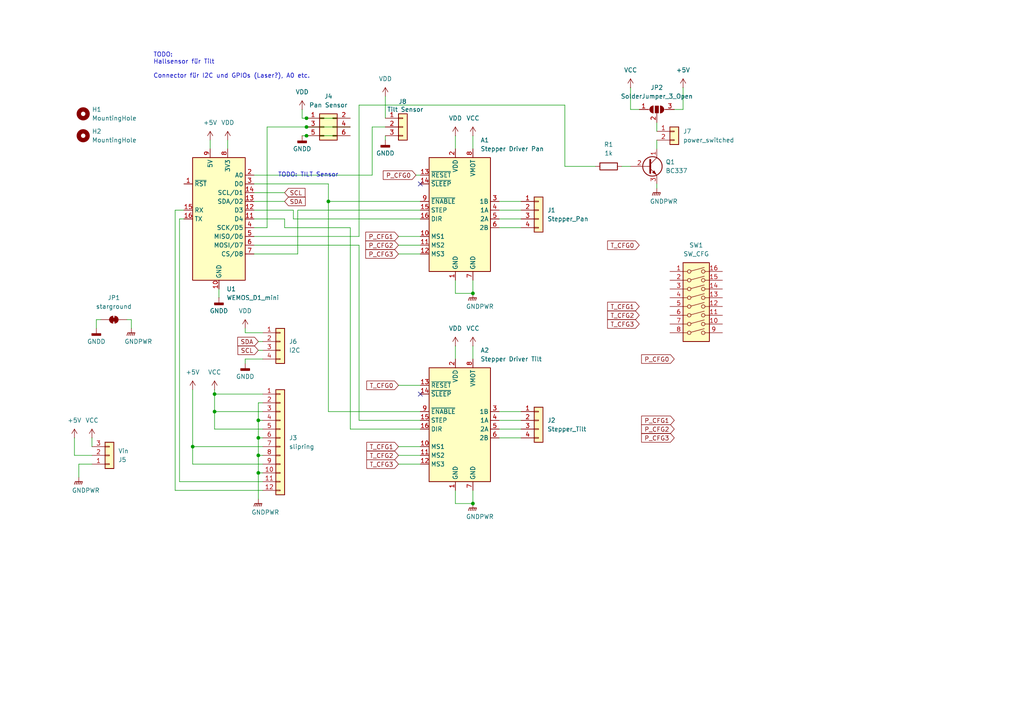
<source format=kicad_sch>
(kicad_sch (version 20231120) (generator "eeschema") (generator_version "8.0")
  (paper "A4")
  (lib_symbols
    (symbol "Connector_Generic:Conn_01x02" (pin_names (offset 1.016) hide)
      (property "Reference" "J" (at 0 2.54 0))
      (property "Value" "Conn_01x02" (at 0 -5.08 0))
      (symbol "Conn_01x02_1_1"
        (rectangle (start -1.27 -2.413) (end 0 -2.667) (stroke (width 0.1524)))
        (rectangle (start -1.27 0.127) (end 0 -0.127) (stroke (width 0.1524)))
        (rectangle (start -1.27 1.27) (end 1.27 -3.81) (stroke (width 0.254)) (fill (type background)))
        (pin passive line (at -5.08 0 0) (length 3.81) (name "Pin_1") (number "1"))
        (pin passive line (at -5.08 -2.54 0) (length 3.81) (name "Pin_2") (number "2"))
      )
    )
    (symbol "Connector_Generic:Conn_01x03" (pin_names (offset 1.016) hide)
      (property "Reference" "J" (at 0 5.08 0))
      (property "Value" "Conn_01x03" (at 0 -5.08 0))
      (symbol "Conn_01x03_1_1"
        (rectangle (start -1.27 -2.413) (end 0 -2.667) (stroke (width 0.1524)))
        (rectangle (start -1.27 0.127) (end 0 -0.127) (stroke (width 0.1524)))
        (rectangle (start -1.27 2.667) (end 0 2.413) (stroke (width 0.1524)))
        (rectangle (start -1.27 3.81) (end 1.27 -3.81) (stroke (width 0.254)) (fill (type background)))
        (pin passive line (at -5.08 2.54 0) (length 3.81) (name "Pin_1") (number "1"))
        (pin passive line (at -5.08 0 0) (length 3.81) (name "Pin_2") (number "2"))
        (pin passive line (at -5.08 -2.54 0) (length 3.81) (name "Pin_3") (number "3"))
      )
    )
    (symbol "Connector_Generic:Conn_01x04" (pin_names (offset 1.016) hide)
      (property "Reference" "J" (at 0 5.08 0))
      (property "Value" "Conn_01x04" (at 0 -7.62 0))
      (symbol "Conn_01x04_1_1"
        (rectangle (start -1.27 -4.953) (end 0 -5.207) (stroke (width 0.1524)))
        (rectangle (start -1.27 -2.413) (end 0 -2.667) (stroke (width 0.1524)))
        (rectangle (start -1.27 0.127) (end 0 -0.127) (stroke (width 0.1524)))
        (rectangle (start -1.27 2.667) (end 0 2.413) (stroke (width 0.1524)))
        (rectangle (start -1.27 3.81) (end 1.27 -6.35) (stroke (width 0.254)) (fill (type background)))
        (pin passive line (at -5.08 2.54 0) (length 3.81) (name "Pin_1") (number "1"))
        (pin passive line (at -5.08 0 0) (length 3.81) (name "Pin_2") (number "2"))
        (pin passive line (at -5.08 -2.54 0) (length 3.81) (name "Pin_3") (number "3"))
        (pin passive line (at -5.08 -5.08 0) (length 3.81) (name "Pin_4") (number "4"))
      )
    )
    (symbol "Connector_Generic:Conn_01x12" (pin_names (offset 1.016) hide)
      (property "Reference" "J" (at 0 15.24 0))
      (property "Value" "Conn_01x12" (at 0 -17.78 0))
      (symbol "Conn_01x12_1_1"
        (rectangle (start -1.27 -15.113) (end 0 -15.367) (stroke (width 0.1524)))
        (rectangle (start -1.27 -12.573) (end 0 -12.827) (stroke (width 0.1524)))
        (rectangle (start -1.27 -10.033) (end 0 -10.287) (stroke (width 0.1524)))
        (rectangle (start -1.27 -7.493) (end 0 -7.747) (stroke (width 0.1524)))
        (rectangle (start -1.27 -4.953) (end 0 -5.207) (stroke (width 0.1524)))
        (rectangle (start -1.27 -2.413) (end 0 -2.667) (stroke (width 0.1524)))
        (rectangle (start -1.27 0.127) (end 0 -0.127) (stroke (width 0.1524)))
        (rectangle (start -1.27 2.667) (end 0 2.413) (stroke (width 0.1524)))
        (rectangle (start -1.27 5.207) (end 0 4.953) (stroke (width 0.1524)))
        (rectangle (start -1.27 7.747) (end 0 7.493) (stroke (width 0.1524)))
        (rectangle (start -1.27 10.287) (end 0 10.033) (stroke (width 0.1524)))
        (rectangle (start -1.27 12.827) (end 0 12.573) (stroke (width 0.1524)))
        (rectangle (start -1.27 13.97) (end 1.27 -16.51) (stroke (width 0.254)) (fill (type background)))
        (pin passive line (at -5.08 12.7 0) (length 3.81) (name "Pin_1") (number "1"))
        (pin passive line (at -5.08 -10.16 0) (length 3.81) (name "Pin_10") (number "10"))
        (pin passive line (at -5.08 -12.7 0) (length 3.81) (name "Pin_11") (number "11"))
        (pin passive line (at -5.08 -15.24 0) (length 3.81) (name "Pin_12") (number "12"))
        (pin passive line (at -5.08 10.16 0) (length 3.81) (name "Pin_2") (number "2"))
        (pin passive line (at -5.08 7.62 0) (length 3.81) (name "Pin_3") (number "3"))
        (pin passive line (at -5.08 5.08 0) (length 3.81) (name "Pin_4") (number "4"))
        (pin passive line (at -5.08 2.54 0) (length 3.81) (name "Pin_5") (number "5"))
        (pin passive line (at -5.08 0 0) (length 3.81) (name "Pin_6") (number "6"))
        (pin passive line (at -5.08 -2.54 0) (length 3.81) (name "Pin_7") (number "7"))
        (pin passive line (at -5.08 -5.08 0) (length 3.81) (name "Pin_8") (number "8"))
        (pin passive line (at -5.08 -7.62 0) (length 3.81) (name "Pin_9") (number "9"))
      )
    )
    (symbol "Connector_Generic:Conn_02x03_Odd_Even" (pin_names (offset 1.016) hide)
      (property "Reference" "J" (at 1.27 5.08 0))
      (property "Value" "Conn_02x03_Odd_Even" (at 1.27 -5.08 0))
      (symbol "Conn_02x03_Odd_Even_1_1"
        (rectangle (start -1.27 -2.413) (end 0 -2.667) (stroke (width 0.1524)))
        (rectangle (start -1.27 0.127) (end 0 -0.127) (stroke (width 0.1524)))
        (rectangle (start -1.27 2.667) (end 0 2.413) (stroke (width 0.1524)))
        (rectangle (start -1.27 3.81) (end 3.81 -3.81) (stroke (width 0.254)) (fill (type background)))
        (rectangle (start 3.81 -2.413) (end 2.54 -2.667) (stroke (width 0.1524)))
        (rectangle (start 3.81 0.127) (end 2.54 -0.127) (stroke (width 0.1524)))
        (rectangle (start 3.81 2.667) (end 2.54 2.413) (stroke (width 0.1524)))
        (pin passive line (at -5.08 2.54 0) (length 3.81) (name "Pin_1") (number "1"))
        (pin passive line (at 7.62 2.54 180) (length 3.81) (name "Pin_2") (number "2"))
        (pin passive line (at -5.08 0 0) (length 3.81) (name "Pin_3") (number "3"))
        (pin passive line (at 7.62 0 180) (length 3.81) (name "Pin_4") (number "4"))
        (pin passive line (at -5.08 -2.54 0) (length 3.81) (name "Pin_5") (number "5"))
        (pin passive line (at 7.62 -2.54 180) (length 3.81) (name "Pin_6") (number "6"))
      )
    )
    (symbol "Device:R" (pin_numbers hide) (pin_names (offset 0))
      (property "Reference" "R" (at 2.032 0 90))
      (property "Value" "R" (at 0 0 90))
      (symbol "R_0_1"
        (rectangle (start -1.016 -2.54) (end 1.016 2.54) (stroke (width 0.254)))
      )
      (symbol "R_1_1"
        (pin passive line (at 0 3.81 270) (length 1.27) (name "~") (number "1"))
        (pin passive line (at 0 -3.81 90) (length 1.27) (name "~") (number "2"))
      )
    )
    (symbol "Driver_Motor:Pololu_Breakout_A4988"
      (property "Reference" "A" (at -2.54 19.05 0))
      (property "Value" "Pololu_Breakout_A4988" (at -2.54 16.51 0))
      (symbol "Pololu_Breakout_A4988_0_1"
        (rectangle (start 10.16 -17.78) (end -7.62 15.24) (stroke (width 0.254)) (fill (type background)))
      )
      (symbol "Pololu_Breakout_A4988_1_1"
        (pin power_in line (at 0 -20.32 90) (length 2.54) (name "GND") (number "1"))
        (pin input line (at -10.16 -7.62 0) (length 2.54) (name "MS1") (number "10"))
        (pin input line (at -10.16 -10.16 0) (length 2.54) (name "MS2") (number "11"))
        (pin input line (at -10.16 -12.7 0) (length 2.54) (name "MS3") (number "12"))
        (pin input line (at -10.16 10.16 0) (length 2.54) (name "~{RESET}") (number "13"))
        (pin input line (at -10.16 7.62 0) (length 2.54) (name "~{SLEEP}") (number "14"))
        (pin input line (at -10.16 0 0) (length 2.54) (name "STEP") (number "15"))
        (pin input line (at -10.16 -2.54 0) (length 2.54) (name "DIR") (number "16"))
        (pin power_in line (at 0 17.78 270) (length 2.54) (name "VDD") (number "2"))
        (pin output line (at 12.7 2.54 180) (length 2.54) (name "1B") (number "3"))
        (pin output line (at 12.7 0 180) (length 2.54) (name "1A") (number "4"))
        (pin output line (at 12.7 -2.54 180) (length 2.54) (name "2A") (number "5"))
        (pin output line (at 12.7 -5.08 180) (length 2.54) (name "2B") (number "6"))
        (pin power_in line (at 5.08 -20.32 90) (length 2.54) (name "GND") (number "7"))
        (pin power_in line (at 5.08 17.78 270) (length 2.54) (name "VMOT") (number "8"))
        (pin input line (at -10.16 2.54 0) (length 2.54) (name "~{ENABLE}") (number "9"))
      )
    )
    (symbol "Jumper:SolderJumper_2_Bridged" (pin_numbers hide) (pin_names (offset 0) hide) (exclude_from_sim yes) (in_bom no)
      (property "Reference" "JP" (at 0 2.032 0))
      (property "Value" "SolderJumper_2_Bridged" (at 0 -2.54 0))
      (symbol "SolderJumper_2_Bridged_0_1"
        (rectangle (start -0.508 0.508) (end 0.508 -0.508) (fill (type outline)))
        (arc (start -0.254 1.016) (mid -1.2656 0) (end -0.254 -1.016))
        (arc (start -0.254 1.016) (mid -1.2656 0) (end -0.254 -1.016) (fill (type outline)))
        (polyline (pts (xy -0.254 1.016) (xy -0.254 -1.016)))
        (polyline (pts (xy 0.254 1.016) (xy 0.254 -1.016)))
        (arc (start 0.254 -1.016) (mid 1.2656 0) (end 0.254 1.016))
        (arc (start 0.254 -1.016) (mid 1.2656 0) (end 0.254 1.016) (fill (type outline)))
      )
      (symbol "SolderJumper_2_Bridged_1_1"
        (pin passive line (at -3.81 0 0) (length 2.54) (name "A") (number "1"))
        (pin passive line (at 3.81 0 180) (length 2.54) (name "B") (number "2"))
      )
    )
    (symbol "Jumper:SolderJumper_3_Open" (pin_names (offset 0) hide) (exclude_from_sim yes) (in_bom no)
      (property "Reference" "JP" (at -2.54 -2.54 0))
      (property "Value" "SolderJumper_3_Open" (at 0 2.794 0))
      (symbol "SolderJumper_3_Open_0_1"
        (arc (start -1.016 1.016) (mid -2.0276 0) (end -1.016 -1.016))
        (arc (start -1.016 1.016) (mid -2.0276 0) (end -1.016 -1.016) (fill (type outline)))
        (rectangle (start -0.508 1.016) (end 0.508 -1.016) (fill (type outline)))
        (polyline (pts (xy -2.54 0) (xy -2.032 0)))
        (polyline (pts (xy -1.016 1.016) (xy -1.016 -1.016)))
        (polyline (pts (xy 0 -1.27) (xy 0 -1.016)))
        (polyline (pts (xy 1.016 1.016) (xy 1.016 -1.016)))
        (polyline (pts (xy 2.54 0) (xy 2.032 0)))
        (arc (start 1.016 -1.016) (mid 2.0276 0) (end 1.016 1.016))
        (arc (start 1.016 -1.016) (mid 2.0276 0) (end 1.016 1.016) (fill (type outline)))
      )
      (symbol "SolderJumper_3_Open_1_1"
        (pin passive line (at -5.08 0 0) (length 2.54) (name "A") (number "1"))
        (pin passive line (at 0 -3.81 90) (length 2.54) (name "C") (number "2"))
        (pin passive line (at 5.08 0 180) (length 2.54) (name "B") (number "3"))
      )
    )
    (symbol "Mechanical:MountingHole" (pin_names (offset 1.016)) (exclude_from_sim yes) (in_bom no)
      (property "Reference" "H" (at 0 5.08 0))
      (property "Value" "MountingHole" (at 0 3.175 0))
      (symbol "MountingHole_0_1"
        (circle (center 0 0) (radius 1.27) (stroke (width 1.27)))
      )
    )
    (symbol "RF_Module:WEMOS_D1_mini"
      (property "Reference" "U" (at 3.81 19.05 0))
      (property "Value" "WEMOS_D1_mini" (at 1.27 -19.05 0))
      (symbol "WEMOS_D1_mini_1_1"
        (rectangle (start -7.62 17.78) (end 7.62 -17.78) (stroke (width 0.254)) (fill (type background)))
        (pin input line (at -10.16 10.16 0) (length 2.54) (name "~{RST}") (number "1"))
        (pin power_in line (at 0 -20.32 90) (length 2.54) (name "GND") (number "10"))
        (pin bidirectional line (at 10.16 0 180) (length 2.54) (name "D4") (number "11"))
        (pin bidirectional line (at 10.16 2.54 180) (length 2.54) (name "D3") (number "12"))
        (pin bidirectional line (at 10.16 5.08 180) (length 2.54) (name "SDA/D2") (number "13"))
        (pin bidirectional line (at 10.16 7.62 180) (length 2.54) (name "SCL/D1") (number "14"))
        (pin input line (at -10.16 2.54 0) (length 2.54) (name "RX") (number "15"))
        (pin output line (at -10.16 0 0) (length 2.54) (name "TX") (number "16"))
        (pin input line (at 10.16 12.7 180) (length 2.54) (name "A0") (number "2"))
        (pin bidirectional line (at 10.16 10.16 180) (length 2.54) (name "D0") (number "3"))
        (pin bidirectional line (at 10.16 -2.54 180) (length 2.54) (name "SCK/D5") (number "4"))
        (pin bidirectional line (at 10.16 -5.08 180) (length 2.54) (name "MISO/D6") (number "5"))
        (pin bidirectional line (at 10.16 -7.62 180) (length 2.54) (name "MOSI/D7") (number "6"))
        (pin bidirectional line (at 10.16 -10.16 180) (length 2.54) (name "CS/D8") (number "7"))
        (pin power_out line (at 2.54 20.32 270) (length 2.54) (name "3V3") (number "8"))
        (pin power_in line (at -2.54 20.32 270) (length 2.54) (name "5V") (number "9"))
      )
    )
    (symbol "Switch:SW_DIP_x08" (pin_names (offset 0) hide)
      (property "Reference" "SW" (at 0 13.97 0))
      (property "Value" "SW_DIP_x08" (at 0 -11.43 0))
      (symbol "SW_DIP_x08_0_0"
        (circle (center -2.032 -7.62) (radius 0.508))
        (circle (center -2.032 -5.08) (radius 0.508))
        (circle (center -2.032 -2.54) (radius 0.508))
        (circle (center -2.032 0) (radius 0.508))
        (circle (center -2.032 2.54) (radius 0.508))
        (circle (center -2.032 5.08) (radius 0.508))
        (circle (center -2.032 7.62) (radius 0.508))
        (circle (center -2.032 10.16) (radius 0.508))
        (polyline (pts (xy -1.524 -7.4676) (xy 2.3622 -6.4262)))
        (polyline (pts (xy -1.524 -4.9276) (xy 2.3622 -3.8862)))
        (polyline (pts (xy -1.524 -2.3876) (xy 2.3622 -1.3462)))
        (polyline (pts (xy -1.524 0.127) (xy 2.3622 1.1684)))
        (polyline (pts (xy -1.524 2.667) (xy 2.3622 3.7084)))
        (polyline (pts (xy -1.524 5.207) (xy 2.3622 6.2484)))
        (polyline (pts (xy -1.524 7.747) (xy 2.3622 8.7884)))
        (polyline (pts (xy -1.524 10.287) (xy 2.3622 11.3284)))
        (circle (center 2.032 -7.62) (radius 0.508))
        (circle (center 2.032 -5.08) (radius 0.508))
        (circle (center 2.032 -2.54) (radius 0.508))
        (circle (center 2.032 0) (radius 0.508))
        (circle (center 2.032 2.54) (radius 0.508))
        (circle (center 2.032 5.08) (radius 0.508))
        (circle (center 2.032 7.62) (radius 0.508))
        (circle (center 2.032 10.16) (radius 0.508))
      )
      (symbol "SW_DIP_x08_0_1"
        (rectangle (start -3.81 12.7) (end 3.81 -10.16) (stroke (width 0.254)) (fill (type background)))
      )
      (symbol "SW_DIP_x08_1_1"
        (pin passive line (at -7.62 10.16 0) (length 5.08) (name "~") (number "1"))
        (pin passive line (at 7.62 -5.08 180) (length 5.08) (name "~") (number "10"))
        (pin passive line (at 7.62 -2.54 180) (length 5.08) (name "~") (number "11"))
        (pin passive line (at 7.62 0 180) (length 5.08) (name "~") (number "12"))
        (pin passive line (at 7.62 2.54 180) (length 5.08) (name "~") (number "13"))
        (pin passive line (at 7.62 5.08 180) (length 5.08) (name "~") (number "14"))
        (pin passive line (at 7.62 7.62 180) (length 5.08) (name "~") (number "15"))
        (pin passive line (at 7.62 10.16 180) (length 5.08) (name "~") (number "16"))
        (pin passive line (at -7.62 7.62 0) (length 5.08) (name "~") (number "2"))
        (pin passive line (at -7.62 5.08 0) (length 5.08) (name "~") (number "3"))
        (pin passive line (at -7.62 2.54 0) (length 5.08) (name "~") (number "4"))
        (pin passive line (at -7.62 0 0) (length 5.08) (name "~") (number "5"))
        (pin passive line (at -7.62 -2.54 0) (length 5.08) (name "~") (number "6"))
        (pin passive line (at -7.62 -5.08 0) (length 5.08) (name "~") (number "7"))
        (pin passive line (at -7.62 -7.62 0) (length 5.08) (name "~") (number "8"))
        (pin passive line (at 7.62 -7.62 180) (length 5.08) (name "~") (number "9"))
      )
    )
    (symbol "Transistor_BJT:BC337" (pin_names (offset 0) hide)
      (property "Reference" "Q" (at 5.08 1.905 0))
      (property "Value" "BC337" (at 5.08 0 0))
      (symbol "BC337_0_1"
        (polyline (pts (xy 0 0) (xy 0.635 0)))
        (polyline (pts (xy 0.635 0.635) (xy 2.54 2.54)))
        (polyline (pts (xy 0.635 -0.635) (xy 2.54 -2.54) (xy 2.54 -2.54)))
        (polyline (pts (xy 0.635 1.905) (xy 0.635 -1.905) (xy 0.635 -1.905)) (stroke (width 0.508)))
        (polyline (pts (xy 1.27 -1.778) (xy 1.778 -1.27) (xy 2.286 -2.286) (xy 1.27 -1.778) (xy 1.27 -1.778)) (fill (type outline)))
        (circle (center 1.27 0) (radius 2.8194) (stroke (width 0.254)))
      )
      (symbol "BC337_1_1"
        (pin passive line (at 2.54 5.08 270) (length 2.54) (name "C") (number "1"))
        (pin input line (at -5.08 0 0) (length 5.08) (name "B") (number "2"))
        (pin passive line (at 2.54 -5.08 90) (length 2.54) (name "E") (number "3"))
      )
    )
    (symbol "power:+5V" (power) (pin_numbers hide) (pin_names (offset 0) hide)
      (property "Value" "+5V" (at 0 3.556 0))
      (symbol "+5V_0_1"
        (polyline (pts (xy -0.762 1.27) (xy 0 2.54)))
        (polyline (pts (xy 0 0) (xy 0 2.54)))
        (polyline (pts (xy 0 2.54) (xy 0.762 1.27)))
      )
      (symbol "+5V_1_1"
        (pin power_in line (at 0 0 90) (length 0) (name "~") (number "1"))
      )
    )
    (symbol "power:GNDD" (power) (pin_numbers hide) (pin_names (offset 0) hide)
      (property "Value" "GNDD" (at 0 -3.175 0))
      (symbol "GNDD_0_1"
        (rectangle (start -1.27 -1.524) (end 1.27 -2.032) (stroke (width 0.254)) (fill (type outline)))
        (polyline (pts (xy 0 0) (xy 0 -1.524)))
      )
      (symbol "GNDD_1_1"
        (pin power_in line (at 0 0 270) (length 0) (name "~") (number "1"))
      )
    )
    (symbol "power:GNDPWR" (power) (pin_numbers hide) (pin_names (offset 0) hide)
      (property "Value" "GNDPWR" (at 0 -3.302 0))
      (symbol "GNDPWR_0_1"
        (polyline (pts (xy 0 -1.27) (xy 0 0)))
        (polyline (pts (xy -1.016 -1.27) (xy -1.27 -2.032) (xy -1.27 -2.032)) (stroke (width 0.2032)))
        (polyline (pts (xy -0.508 -1.27) (xy -0.762 -2.032) (xy -0.762 -2.032)) (stroke (width 0.2032)))
        (polyline (pts (xy 0 -1.27) (xy -0.254 -2.032) (xy -0.254 -2.032)) (stroke (width 0.2032)))
        (polyline (pts (xy 0.508 -1.27) (xy 0.254 -2.032) (xy 0.254 -2.032)) (stroke (width 0.2032)))
        (polyline (pts (xy 1.016 -1.27) (xy -1.016 -1.27) (xy -1.016 -1.27)) (stroke (width 0.2032)))
        (polyline (pts (xy 1.016 -1.27) (xy 0.762 -2.032) (xy 0.762 -2.032) (xy 0.762 -2.032)) (stroke (width 0.2032)))
      )
      (symbol "GNDPWR_1_1"
        (pin power_in line (at 0 0 270) (length 0) (name "~") (number "1"))
      )
    )
    (symbol "power:VCC" (power) (pin_numbers hide) (pin_names (offset 0) hide)
      (property "Value" "VCC" (at 0 3.556 0))
      (symbol "VCC_0_1"
        (polyline (pts (xy -0.762 1.27) (xy 0 2.54)))
        (polyline (pts (xy 0 0) (xy 0 2.54)))
        (polyline (pts (xy 0 2.54) (xy 0.762 1.27)))
      )
      (symbol "VCC_1_1"
        (pin power_in line (at 0 0 90) (length 0) (name "~") (number "1"))
      )
    )
    (symbol "power:VDD" (power) (pin_numbers hide) (pin_names (offset 0) hide)
      (property "Value" "VDD" (at 0 3.556 0))
      (symbol "VDD_0_1"
        (polyline (pts (xy -0.762 1.27) (xy 0 2.54)))
        (polyline (pts (xy 0 0) (xy 0 2.54)))
        (polyline (pts (xy 0 2.54) (xy 0.762 1.27)))
      )
      (symbol "VDD_1_1"
        (pin power_in line (at 0 0 90) (length 0) (name "~") (number "1"))
      )
    )
  )
  (junction (at 62.23 119.38))
  (junction (at 88.9 34.29))
  (junction (at 74.93 121.92))
  (junction (at 74.93 127))
  (junction (at 55.88 129.54))
  (junction (at 95.25 58.42))
  (junction (at 62.23 114.3))
  (junction (at 88.9 36.83))
  (junction (at 74.93 137.16))
  (junction (at 137.16 85.09))
  (junction (at 74.93 132.08))
  (junction (at 88.9 39.37))
  (junction (at 137.16 146.05))
  (no_connect (at 121.92 53.34))
  (no_connect (at 121.92 114.3))
  (wire (pts (xy 132.08 100.33) (xy 132.08 104.14)))
  (wire (pts (xy 62.23 113.03) (xy 62.23 114.3)))
  (wire (pts (xy 101.6 66.04) (xy 82.55 66.04)))
  (wire (pts (xy 115.57 111.76) (xy 121.92 111.76)))
  (wire (pts (xy 190.5 53.34) (xy 190.5 54.61)))
  (wire (pts (xy 74.93 116.84) (xy 74.93 121.92)))
  (wire (pts (xy 121.92 60.96) (xy 86.36 60.96)))
  (wire (pts (xy 115.57 129.54) (xy 121.92 129.54)))
  (wire (pts (xy 144.78 119.38) (xy 151.13 119.38)))
  (wire (pts (xy 144.78 60.96) (xy 151.13 60.96)))
  (wire (pts (xy 190.5 35.56) (xy 190.5 38.1)))
  (wire (pts (xy 137.16 100.33) (xy 137.16 104.14)))
  (wire (pts (xy 77.47 66.04) (xy 77.47 36.83)))
  (wire (pts (xy 86.36 73.66) (xy 73.66 73.66)))
  (wire (pts (xy 132.08 81.28) (xy 132.08 85.09)))
  (wire (pts (xy 27.94 92.71) (xy 29.21 92.71)))
  (wire (pts (xy 115.57 73.66) (xy 121.92 73.66)))
  (wire (pts (xy 74.93 137.16) (xy 76.2 137.16)))
  (wire (pts (xy 74.93 101.6) (xy 76.2 101.6)))
  (wire (pts (xy 104.14 30.48) (xy 104.14 68.58)))
  (wire (pts (xy 137.16 142.24) (xy 137.16 146.05)))
  (wire (pts (xy 144.78 66.04) (xy 151.13 66.04)))
  (wire (pts (xy 104.14 71.12) (xy 104.14 121.92)))
  (wire (pts (xy 76.2 96.52) (xy 71.12 96.52)))
  (wire (pts (xy 73.66 53.34) (xy 95.25 53.34)))
  (wire (pts (xy 190.5 40.64) (xy 190.5 43.18)))
  (wire (pts (xy 144.78 127) (xy 151.13 127)))
  (wire (pts (xy 74.93 132.08) (xy 76.2 132.08)))
  (wire (pts (xy 52.07 63.5) (xy 52.07 139.7)))
  (wire (pts (xy 21.59 132.08) (xy 21.59 127)))
  (wire (pts (xy 88.9 39.37) (xy 101.6 39.37)))
  (wire (pts (xy 107.95 36.83) (xy 107.95 50.8)))
  (wire (pts (xy 76.2 116.84) (xy 74.93 116.84)))
  (wire (pts (xy 195.58 31.75) (xy 198.12 31.75)))
  (wire (pts (xy 62.23 114.3) (xy 76.2 114.3)))
  (wire (pts (xy 101.6 124.46) (xy 101.6 66.04)))
  (wire (pts (xy 104.14 68.58) (xy 73.66 68.58)))
  (wire (pts (xy 132.08 146.05) (xy 137.16 146.05)))
  (wire (pts (xy 137.16 81.28) (xy 137.16 85.09)))
  (wire (pts (xy 95.25 58.42) (xy 121.92 58.42)))
  (wire (pts (xy 26.67 127) (xy 26.67 129.54)))
  (wire (pts (xy 73.66 60.96) (xy 85.09 60.96)))
  (wire (pts (xy 55.88 113.03) (xy 55.88 129.54)))
  (wire (pts (xy 87.63 34.29) (xy 88.9 34.29)))
  (wire (pts (xy 53.34 63.5) (xy 52.07 63.5)))
  (wire (pts (xy 144.78 121.92) (xy 151.13 121.92)))
  (wire (pts (xy 163.83 30.48) (xy 104.14 30.48)))
  (wire (pts (xy 95.25 53.34) (xy 95.25 58.42)))
  (wire (pts (xy 71.12 96.52) (xy 71.12 95.25)))
  (wire (pts (xy 74.93 132.08) (xy 74.93 137.16)))
  (wire (pts (xy 198.12 31.75) (xy 198.12 25.4)))
  (wire (pts (xy 76.2 104.14) (xy 71.12 104.14)))
  (wire (pts (xy 87.63 31.75) (xy 87.63 34.29)))
  (wire (pts (xy 132.08 142.24) (xy 132.08 146.05)))
  (wire (pts (xy 115.57 71.12) (xy 121.92 71.12)))
  (wire (pts (xy 26.67 132.08) (xy 21.59 132.08)))
  (wire (pts (xy 38.1 92.71) (xy 38.1 95.25)))
  (wire (pts (xy 74.93 99.06) (xy 76.2 99.06)))
  (wire (pts (xy 111.76 39.37) (xy 111.76 40.64)))
  (wire (pts (xy 55.88 129.54) (xy 76.2 129.54)))
  (wire (pts (xy 82.55 66.04) (xy 82.55 63.5)))
  (wire (pts (xy 132.08 39.37) (xy 132.08 43.18)))
  (wire (pts (xy 76.2 124.46) (xy 62.23 124.46)))
  (wire (pts (xy 121.92 124.46) (xy 101.6 124.46)))
  (wire (pts (xy 71.12 104.14) (xy 71.12 105.41)))
  (wire (pts (xy 55.88 134.62) (xy 76.2 134.62)))
  (wire (pts (xy 172.72 48.26) (xy 163.83 48.26)))
  (wire (pts (xy 36.83 92.71) (xy 38.1 92.71)))
  (wire (pts (xy 137.16 39.37) (xy 137.16 43.18)))
  (wire (pts (xy 85.09 63.5) (xy 121.92 63.5)))
  (wire (pts (xy 27.94 95.25) (xy 27.94 92.71)))
  (wire (pts (xy 104.14 121.92) (xy 121.92 121.92)))
  (wire (pts (xy 87.63 39.37) (xy 88.9 39.37)))
  (wire (pts (xy 95.25 119.38) (xy 95.25 58.42)))
  (wire (pts (xy 73.66 58.42) (xy 82.55 58.42)))
  (wire (pts (xy 111.76 36.83) (xy 107.95 36.83)))
  (wire (pts (xy 50.8 60.96) (xy 53.34 60.96)))
  (wire (pts (xy 115.57 134.62) (xy 121.92 134.62)))
  (wire (pts (xy 163.83 48.26) (xy 163.83 30.48)))
  (wire (pts (xy 66.04 40.64) (xy 66.04 43.18)))
  (wire (pts (xy 26.67 134.62) (xy 22.86 134.62)))
  (wire (pts (xy 74.93 121.92) (xy 76.2 121.92)))
  (wire (pts (xy 88.9 36.83) (xy 101.6 36.83)))
  (wire (pts (xy 144.78 63.5) (xy 151.13 63.5)))
  (wire (pts (xy 95.25 119.38) (xy 121.92 119.38)))
  (wire (pts (xy 55.88 129.54) (xy 55.88 134.62)))
  (wire (pts (xy 52.07 139.7) (xy 76.2 139.7)))
  (wire (pts (xy 62.23 124.46) (xy 62.23 119.38)))
  (wire (pts (xy 120.65 50.8) (xy 121.92 50.8)))
  (wire (pts (xy 63.5 83.82) (xy 63.5 86.36)))
  (wire (pts (xy 180.34 48.26) (xy 182.88 48.26)))
  (wire (pts (xy 182.88 31.75) (xy 185.42 31.75)))
  (wire (pts (xy 74.93 137.16) (xy 74.93 144.78)))
  (wire (pts (xy 50.8 142.24) (xy 50.8 60.96)))
  (wire (pts (xy 73.66 55.88) (xy 82.55 55.88)))
  (wire (pts (xy 85.09 63.5) (xy 85.09 60.96)))
  (wire (pts (xy 74.93 127) (xy 74.93 132.08)))
  (wire (pts (xy 62.23 119.38) (xy 62.23 114.3)))
  (wire (pts (xy 86.36 60.96) (xy 86.36 73.66)))
  (wire (pts (xy 77.47 36.83) (xy 88.9 36.83)))
  (wire (pts (xy 115.57 68.58) (xy 121.92 68.58)))
  (wire (pts (xy 74.93 127) (xy 76.2 127)))
  (wire (pts (xy 73.66 50.8) (xy 107.95 50.8)))
  (wire (pts (xy 144.78 58.42) (xy 151.13 58.42)))
  (wire (pts (xy 88.9 34.29) (xy 101.6 34.29)))
  (wire (pts (xy 60.96 40.64) (xy 60.96 43.18)))
  (wire (pts (xy 62.23 119.38) (xy 76.2 119.38)))
  (wire (pts (xy 111.76 27.94) (xy 111.76 34.29)))
  (wire (pts (xy 76.2 142.24) (xy 50.8 142.24)))
  (wire (pts (xy 74.93 121.92) (xy 74.93 127)))
  (wire (pts (xy 132.08 85.09) (xy 137.16 85.09)))
  (wire (pts (xy 115.57 132.08) (xy 121.92 132.08)))
  (wire (pts (xy 22.86 134.62) (xy 22.86 138.43)))
  (wire (pts (xy 182.88 25.4) (xy 182.88 31.75)))
  (wire (pts (xy 144.78 124.46) (xy 151.13 124.46)))
  (wire (pts (xy 73.66 66.04) (xy 77.47 66.04)))
  (wire (pts (xy 73.66 71.12) (xy 104.14 71.12)))
  (wire (pts (xy 82.55 63.5) (xy 73.66 63.5)))
  (text "TODO: TILT Sensor" (at 89.408 50.8 0) (effects (font (size 1.27 1.27))))
  (text "TODO:\nHallsensor für Tilt\n\nConnector für I2C und GPIOs (Laser?), A0 etc." (at 44.45 19.05 0) (effects (font (size 1.27 1.27)) (justify left)))
  (global_label "T_CFG3" (shape input) (at 185.42 93.98 180) (property "Intersheetrefs" "${INTERSHEET_REFS}" (effects (hide yes))))
  (global_label "P_CFG1" (shape input) (at 115.57 68.58 180) (property "Intersheetrefs" "${INTERSHEET_REFS}" (effects (hide yes))))
  (global_label "P_CFG0" (shape input) (at 195.58 104.14 180) (property "Intersheetrefs" "${INTERSHEET_REFS}" (effects (hide yes))))
  (global_label "P_CFG3" (shape input) (at 115.57 73.66 180) (property "Intersheetrefs" "${INTERSHEET_REFS}" (effects (hide yes))))
  (global_label "T_CFG2" (shape input) (at 185.42 91.44 180) (property "Intersheetrefs" "${INTERSHEET_REFS}" (effects (hide yes))))
  (global_label "P_CFG3" (shape input) (at 195.58 127 180) (property "Intersheetrefs" "${INTERSHEET_REFS}" (effects (hide yes))))
  (global_label "SCL" (shape input) (at 74.93 101.6 180) (property "Intersheetrefs" "${INTERSHEET_REFS}" (effects (hide yes))))
  (global_label "T_CFG2" (shape input) (at 115.57 132.08 180) (property "Intersheetrefs" "${INTERSHEET_REFS}" (effects (hide yes))))
  (global_label "T_CFG0" (shape input) (at 115.57 111.76 180) (property "Intersheetrefs" "${INTERSHEET_REFS}" (effects (hide yes))))
  (global_label "T_CFG1" (shape input) (at 185.42 88.9 180) (property "Intersheetrefs" "${INTERSHEET_REFS}" (effects (hide yes))))
  (global_label "SCL" (shape input) (at 82.55 55.88 0) (property "Intersheetrefs" "${INTERSHEET_REFS}" (effects (hide yes))))
  (global_label "T_CFG0" (shape input) (at 185.42 71.12 180) (property "Intersheetrefs" "${INTERSHEET_REFS}" (effects (hide yes))))
  (global_label "P_CFG1" (shape input) (at 195.58 121.92 180) (property "Intersheetrefs" "${INTERSHEET_REFS}" (effects (hide yes))))
  (global_label "T_CFG3" (shape input) (at 115.57 134.62 180) (property "Intersheetrefs" "${INTERSHEET_REFS}" (effects (hide yes))))
  (global_label "T_CFG1" (shape input) (at 115.57 129.54 180) (property "Intersheetrefs" "${INTERSHEET_REFS}" (effects (hide yes))))
  (global_label "P_CFG2" (shape input) (at 115.57 71.12 180) (property "Intersheetrefs" "${INTERSHEET_REFS}" (effects (hide yes))))
  (global_label "P_CFG0" (shape input) (at 120.65 50.8 180) (property "Intersheetrefs" "${INTERSHEET_REFS}" (effects (hide yes))))
  (global_label "SDA" (shape input) (at 82.55 58.42 0) (property "Intersheetrefs" "${INTERSHEET_REFS}" (effects (hide yes))))
  (global_label "SDA" (shape input) (at 74.93 99.06 180) (property "Intersheetrefs" "${INTERSHEET_REFS}" (effects (hide yes))))
  (global_label "P_CFG2" (shape input) (at 195.58 124.46 180) (property "Intersheetrefs" "${INTERSHEET_REFS}" (effects (hide yes))))
  (symbol (lib_id "power:VDD") (at 132.08 39.37 0) (unit 1)
    (property "Reference" "#PWR06" (effects (hide yes)))
    (property "Value" "VDD" (at 132.08 34.29 0))
    (property "Description" "Power symbol creates a global label with name \"VDD\"" (effects (hide yes)))
  )
  (symbol (lib_id "power:GNDPWR") (at 137.16 146.05 0) (unit 1)
    (property "Reference" "#PWR010" (effects (hide yes)))
    (property "Value" "GNDPWR" (at 139.192 149.86 0))
    (property "Description" "Power symbol creates a global label with name \"GNDPWR\" , global ground" (effects (hide yes)))
  )
  (symbol (lib_id "power:GNDD") (at 111.76 40.64 0) (unit 1)
    (property "Reference" "#PWR025" (effects (hide yes)))
    (property "Value" "GNDD" (at 111.76 44.45 0))
    (property "Description" "Power symbol creates a global label with name \"GNDD\" , digital ground" (effects (hide yes)))
  )
  (symbol (lib_id "power:VDD") (at 66.04 40.64 0) (unit 1)
    (property "Reference" "#PWR05" (effects (hide yes)))
    (property "Value" "VDD" (at 66.04 35.56 0))
    (property "Description" "Power symbol creates a global label with name \"VDD\"" (effects (hide yes)))
  )
  (symbol (lib_id "Connector_Generic:Conn_01x04") (at 156.21 121.92 0) (unit 1)
    (property "Reference" "J2" (at 158.75 121.9199 0) (effects (justify left)))
    (property "Value" "Stepper_Tilt" (at 158.75 124.4599 0) (effects (justify left)))
    (property "Footprint" "Connector_Molex:Molex_PicoBlade_53261-0471_1x04-1MP_P1.25mm_Horizontal" (effects (hide yes)))
    (property "Description" "Generic connector, single row, 01x04, script generated (kicad-library-utils/schlib/autogen/connector/)" (effects (hide yes)))
  )
  (symbol (lib_id "power:+5V") (at 198.12 25.4 0) (unit 1)
    (property "Reference" "#PWR023" (effects (hide yes)))
    (property "Value" "+5V" (at 198.12 20.32 0))
    (property "Description" "Power symbol creates a global label with name \"+5V\"" (effects (hide yes)))
  )
  (symbol (lib_id "power:GNDD") (at 71.12 105.41 0) (unit 1)
    (property "Reference" "#PWR020" (effects (hide yes)))
    (property "Value" "GNDD" (at 71.12 109.22 0))
    (property "Description" "Power symbol creates a global label with name \"GNDD\" , digital ground" (effects (hide yes)))
  )
  (symbol (lib_id "power:VDD") (at 111.76 27.94 0) (unit 1)
    (property "Reference" "#PWR026" (effects (hide yes)))
    (property "Value" "VDD" (at 111.76 22.86 0))
    (property "Description" "Power symbol creates a global label with name \"VDD\"" (effects (hide yes)))
  )
  (symbol (lib_id "Mechanical:MountingHole") (at 24.13 33.02 0) (unit 1) (exclude_from_sim yes) (in_bom no)
    (property "Reference" "H1" (at 26.67 31.7499 0) (effects (justify left)))
    (property "Value" "MountingHole" (at 26.67 34.2899 0) (effects (justify left)))
    (property "Footprint" "MountingHole:MountingHole_3.2mm_M3" (effects (hide yes)))
    (property "Description" "Mounting Hole without connection" (effects (hide yes)))
  )
  (symbol (lib_id "Jumper:SolderJumper_3_Open") (at 190.5 31.75 0) (unit 1) (exclude_from_sim yes) (in_bom no)
    (property "Reference" "JP2" (at 190.5 25.4 0))
    (property "Value" "SolderJumper_3_Open" (at 190.5 27.94 0))
    (property "Footprint" "Connector_PinHeader_2.54mm:PinHeader_1x03_P2.54mm_Horizontal" (effects (hide yes)))
    (property "Description" "Solder Jumper, 3-pole, open" (effects (hide yes)))
  )
  (symbol (lib_id "Device:R") (at 176.53 48.26 90) (unit 1)
    (property "Reference" "R1" (at 176.53 41.91 90))
    (property "Value" "1k" (at 176.53 44.45 90))
    (property "Footprint" "Resistor_SMD:R_0805_2012Metric_Pad1.20x1.40mm_HandSolder" (effects (hide yes)))
    (property "Description" "Resistor" (effects (hide yes)))
  )
  (symbol (lib_id "Transistor_BJT:BC337") (at 187.96 48.26 0) (unit 1)
    (property "Reference" "Q1" (at 193.04 46.9899 0) (effects (justify left)))
    (property "Value" "BC337" (at 193.04 49.5299 0) (effects (justify left)))
    (property "Footprint" "Package_TO_SOT_THT:TO-92_Inline" (effects (hide yes)))
    (property "Datasheet" "https://diotec.com/tl_files/diotec/files/pdf/datasheets/bc337.pdf" (effects (hide yes)))
    (property "Description" "0.8A Ic, 45V Vce, NPN Transistor, TO-92" (effects (hide yes)))
  )
  (symbol (lib_id "Connector_Generic:Conn_01x04") (at 81.28 99.06 0) (unit 1)
    (property "Reference" "J6" (at 83.82 99.0599 0) (effects (justify left)))
    (property "Value" "I2C" (at 83.82 101.5999 0) (effects (justify left)))
    (property "Footprint" "Connector_JST:JST_XH_S4B-XH-A-1_1x04_P2.50mm_Horizontal" (effects (hide yes)))
    (property "Description" "Generic connector, single row, 01x04, script generated (kicad-library-utils/schlib/autogen/connector/)" (effects (hide yes)))
  )
  (symbol (lib_id "power:GNDD") (at 87.63 39.37 0) (unit 1)
    (property "Reference" "#PWR011" (effects (hide yes)))
    (property "Value" "GNDD" (at 87.63 43.18 0))
    (property "Description" "Power symbol creates a global label with name \"GNDD\" , digital ground" (effects (hide yes)))
  )
  (symbol (lib_id "Connector_Generic:Conn_01x12") (at 81.28 127 0) (unit 1)
    (property "Reference" "J3" (at 83.82 126.9999 0) (effects (justify left)))
    (property "Value" "slipring" (at 83.82 129.5399 0) (effects (justify left)))
    (property "Footprint" "Connector_Molex:Molex_PicoBlade_53261-1271_1x12-1MP_P1.25mm_Horizontal" (effects (hide yes)))
    (property "Description" "Generic connector, single row, 01x12, script generated (kicad-library-utils/schlib/autogen/connector/)" (effects (hide yes)))
  )
  (symbol (lib_id "Driver_Motor:Pololu_Breakout_A4988") (at 132.08 121.92 0) (unit 1)
    (property "Reference" "A2" (at 139.3541 101.6 0) (effects (justify left)))
    (property "Value" "Stepper Driver Tilt" (at 139.3541 104.14 0) (effects (justify left)))
    (property "Footprint" "Module:Pololu_Breakout-16_15.2x20.3mm" (effects (hide yes)))
    (property "Datasheet" "https://www.pololu.com/product/2980/pictures" (effects (hide yes)))
    (property "Description" "Pololu Breakout Board, Stepper Driver A4988" (effects (hide yes)))
  )
  (symbol (lib_id "Connector_Generic:Conn_01x03") (at 116.84 36.83 0) (unit 1)
    (property "Reference" "J8" (at 115.57 29.464 0) (effects (justify left)))
    (property "Value" "Tilt Sensor" (at 112.268 31.75 0) (effects (justify left)))
    (property "Footprint" "Connector_JST:JST_XH_B3B-XH-A_1x03_P2.50mm_Vertical" (effects (hide yes)))
    (property "Description" "Generic connector, single row, 01x03, script generated (kicad-library-utils/schlib/autogen/connector/)" (effects (hide yes)))
  )
  (symbol (lib_id "power:+5V") (at 55.88 113.03 0) (unit 1)
    (property "Reference" "#PWR012" (effects (hide yes)))
    (property "Value" "+5V" (at 55.88 107.95 0))
    (property "Description" "Power symbol creates a global label with name \"+5V\"" (effects (hide yes)))
  )
  (symbol (lib_id "power:+5V") (at 60.96 40.64 0) (unit 1)
    (property "Reference" "#PWR04" (effects (hide yes)))
    (property "Value" "+5V" (at 60.96 35.56 0))
    (property "Description" "Power symbol creates a global label with name \"+5V\"" (effects (hide yes)))
  )
  (symbol (lib_id "power:GNDPWR") (at 190.5 54.61 0) (unit 1)
    (property "Reference" "#PWR022" (effects (hide yes)))
    (property "Value" "GNDPWR" (at 192.532 58.42 0))
    (property "Description" "Power symbol creates a global label with name \"GNDPWR\" , global ground" (effects (hide yes)))
  )
  (symbol (lib_id "power:VCC") (at 137.16 39.37 0) (unit 1)
    (property "Reference" "#PWR07" (effects (hide yes)))
    (property "Value" "VCC" (at 137.16 34.29 0))
    (property "Description" "Power symbol creates a global label with name \"VCC\"" (effects (hide yes)))
  )
  (symbol (lib_id "power:VCC") (at 62.23 113.03 0) (unit 1)
    (property "Reference" "#PWR08" (effects (hide yes)))
    (property "Value" "VCC" (at 62.23 107.95 0))
    (property "Description" "Power symbol creates a global label with name \"VCC\"" (effects (hide yes)))
  )
  (symbol (lib_id "power:VDD") (at 71.12 95.25 0) (unit 1)
    (property "Reference" "#PWR021" (effects (hide yes)))
    (property "Value" "VDD" (at 71.12 90.17 0))
    (property "Description" "Power symbol creates a global label with name \"VDD\"" (effects (hide yes)))
  )
  (symbol (lib_id "Connector_Generic:Conn_01x04") (at 156.21 60.96 0) (unit 1)
    (property "Reference" "J1" (at 158.75 60.9599 0) (effects (justify left)))
    (property "Value" "Stepper_Pan" (at 158.75 63.4999 0) (effects (justify left)))
    (property "Footprint" "Connector_Molex:Molex_PicoBlade_53261-0471_1x04-1MP_P1.25mm_Horizontal" (effects (hide yes)))
    (property "Description" "Generic connector, single row, 01x04, script generated (kicad-library-utils/schlib/autogen/connector/)" (effects (hide yes)))
  )
  (symbol (lib_id "power:VDD") (at 87.63 31.75 0) (unit 1)
    (property "Reference" "#PWR019" (effects (hide yes)))
    (property "Value" "VDD" (at 87.63 26.67 0))
    (property "Description" "Power symbol creates a global label with name \"VDD\"" (effects (hide yes)))
  )
  (symbol (lib_id "power:+5V") (at 21.59 127 0) (unit 1)
    (property "Reference" "#PWR016" (effects (hide yes)))
    (property "Value" "+5V" (at 21.59 121.92 0))
    (property "Description" "Power symbol creates a global label with name \"+5V\"" (effects (hide yes)))
  )
  (symbol (lib_id "power:GNDPWR") (at 22.86 138.43 0) (unit 1)
    (property "Reference" "#PWR018" (effects (hide yes)))
    (property "Value" "GNDPWR" (at 24.892 142.24 0))
    (property "Description" "Power symbol creates a global label with name \"GNDPWR\" , global ground" (effects (hide yes)))
  )
  (symbol (lib_id "power:VCC") (at 182.88 25.4 0) (unit 1)
    (property "Reference" "#PWR024" (effects (hide yes)))
    (property "Value" "VCC" (at 182.88 20.32 0))
    (property "Description" "Power symbol creates a global label with name \"VCC\"" (effects (hide yes)))
  )
  (symbol (lib_id "Connector_Generic:Conn_02x03_Odd_Even") (at 93.98 36.83 0) (unit 1)
    (property "Reference" "J4" (at 95.25 27.94 0))
    (property "Value" "Pan Sensor" (at 95.25 30.48 0))
    (property "Footprint" "Connector_PinSocket_2.54mm:PinSocket_2x03_P2.54mm_Vertical" (effects (hide yes)))
    (property "Description" "Generic connector, double row, 02x03, odd/even pin numbering scheme (row 1 odd numbers, row 2 even numbers), script generated (kicad-library-utils/schlib/autogen/connector/)" (effects (hide yes)))
  )
  (symbol (lib_id "RF_Module:WEMOS_D1_mini") (at 63.5 63.5 0) (unit 1)
    (property "Reference" "U1" (at 65.6941 83.82 0) (effects (justify left)))
    (property "Value" "WEMOS_D1_mini" (at 65.6941 86.36 0) (effects (justify left)))
    (property "Footprint" "RF_Module:WEMOS_D1_mini_light" (effects (hide yes)))
    (property "Datasheet" "https://wiki.wemos.cc/products:d1:d1_mini#documentation" (effects (hide yes)))
    (property "Description" "32-bit microcontroller module with WiFi" (effects (hide yes)))
  )
  (symbol (lib_id "power:GNDPWR") (at 74.93 144.78 0) (unit 1)
    (property "Reference" "#PWR014" (effects (hide yes)))
    (property "Value" "GNDPWR" (at 76.962 148.59 0))
    (property "Description" "Power symbol creates a global label with name \"GNDPWR\" , global ground" (effects (hide yes)))
  )
  (symbol (lib_id "Jumper:SolderJumper_2_Bridged") (at 33.02 92.71 0) (unit 1) (exclude_from_sim yes) (in_bom no)
    (property "Reference" "JP1" (at 33.02 86.36 0))
    (property "Value" "starground" (at 33.02 88.9 0))
    (property "Footprint" "Jumper:SolderJumper-2_P1.3mm_Bridged_Pad1.0x1.5mm" (effects (hide yes)))
    (property "Description" "Solder Jumper, 2-pole, closed/bridged" (effects (hide yes)))
  )
  (symbol (lib_id "power:VCC") (at 26.67 127 0) (unit 1)
    (property "Reference" "#PWR017" (effects (hide yes)))
    (property "Value" "VCC" (at 26.67 121.92 0))
    (property "Description" "Power symbol creates a global label with name \"VCC\"" (effects (hide yes)))
  )
  (symbol (lib_id "power:GNDPWR") (at 137.16 85.09 0) (unit 1)
    (property "Reference" "#PWR03" (effects (hide yes)))
    (property "Value" "GNDPWR" (at 139.192 88.9 0))
    (property "Description" "Power symbol creates a global label with name \"GNDPWR\" , global ground" (effects (hide yes)))
  )
  (symbol (lib_id "Switch:SW_DIP_x08") (at 201.93 88.9 0) (unit 1)
    (property "Reference" "SW1" (at 201.93 71.12 0))
    (property "Value" "SW_CFG" (at 201.93 73.66 0))
    (property "Footprint" "Button_Switch_SMD:DIP_Switch_8_2.54_wide" (effects (hide yes)))
    (property "Description" "8x DIP Switch, Single Pole Single Throw (SPST) switch, small symbol" (effects (hide yes)))
  )
  (symbol (lib_id "power:VDD") (at 132.08 100.33 0) (unit 1)
    (property "Reference" "#PWR02" (effects (hide yes)))
    (property "Value" "VDD" (at 132.08 95.25 0))
    (property "Description" "Power symbol creates a global label with name \"VDD\"" (effects (hide yes)))
  )
  (symbol (lib_id "power:GNDPWR") (at 38.1 95.25 0) (unit 1)
    (property "Reference" "#PWR015" (effects (hide yes)))
    (property "Value" "GNDPWR" (at 40.132 99.06 0))
    (property "Description" "Power symbol creates a global label with name \"GNDPWR\" , global ground" (effects (hide yes)))
  )
  (symbol (lib_id "Connector_Generic:Conn_01x02") (at 195.58 38.1 0) (unit 1)
    (property "Reference" "J7" (at 198.12 38.0999 0) (effects (justify left)))
    (property "Value" "power_switched" (at 198.12 40.6399 0) (effects (justify left)))
    (property "Footprint" "Connector_JST:JST_XH_S2B-XH-A-1_1x02_P2.50mm_Horizontal" (effects (hide yes)))
    (property "Description" "Generic connector, single row, 01x02, script generated (kicad-library-utils/schlib/autogen/connector/)" (effects (hide yes)))
  )
  (symbol (lib_id "Mechanical:MountingHole") (at 24.13 39.37 0) (unit 1) (exclude_from_sim yes) (in_bom no)
    (property "Reference" "H2" (at 26.67 38.0999 0) (effects (justify left)))
    (property "Value" "MountingHole" (at 26.67 40.6399 0) (effects (justify left)))
    (property "Footprint" "MountingHole:MountingHole_3.2mm_M3" (effects (hide yes)))
    (property "Description" "Mounting Hole without connection" (effects (hide yes)))
  )
  (symbol (lib_id "Driver_Motor:Pololu_Breakout_A4988") (at 132.08 60.96 0) (unit 1)
    (property "Reference" "A1" (at 139.3541 40.64 0) (effects (justify left)))
    (property "Value" "Stepper Driver Pan" (at 139.3541 43.18 0) (effects (justify left)))
    (property "Footprint" "Module:Pololu_Breakout-16_15.2x20.3mm" (effects (hide yes)))
    (property "Datasheet" "https://www.pololu.com/product/2980/pictures" (effects (hide yes)))
    (property "Description" "Pololu Breakout Board, Stepper Driver A4988" (effects (hide yes)))
  )
  (symbol (lib_id "Connector_Generic:Conn_01x03") (at 31.75 132.08 0) (mirror x) (unit 1)
    (property "Reference" "J5" (at 34.29 133.3501 0) (effects (justify left)))
    (property "Value" "Vin" (at 34.29 130.8101 0) (effects (justify left)))
    (property "Footprint" "Connector_JST:JST_XH_S3B-XH-A-1_1x03_P2.50mm_Horizontal" (effects (hide yes)))
    (property "Description" "Generic connector, single row, 01x03, script generated (kicad-library-utils/schlib/autogen/connector/)" (effects (hide yes)))
  )
  (symbol (lib_id "power:GNDD") (at 27.94 95.25 0) (unit 1)
    (property "Reference" "#PWR013" (effects (hide yes)))
    (property "Value" "GNDD" (at 27.94 99.06 0))
    (property "Description" "Power symbol creates a global label with name \"GNDD\" , digital ground" (effects (hide yes)))
  )
  (symbol (lib_id "power:GNDD") (at 63.5 86.36 0) (unit 1)
    (property "Reference" "#PWR01" (effects (hide yes)))
    (property "Value" "GNDD" (at 63.5 90.17 0))
    (property "Description" "Power symbol creates a global label with name \"GNDD\" , digital ground" (effects (hide yes)))
  )
  (symbol (lib_id "power:VCC") (at 137.16 100.33 0) (unit 1)
    (property "Reference" "#PWR09" (effects (hide yes)))
    (property "Value" "VCC" (at 137.16 95.25 0))
    (property "Description" "Power symbol creates a global label with name \"VCC\"" (effects (hide yes)))
  )
)
</source>
